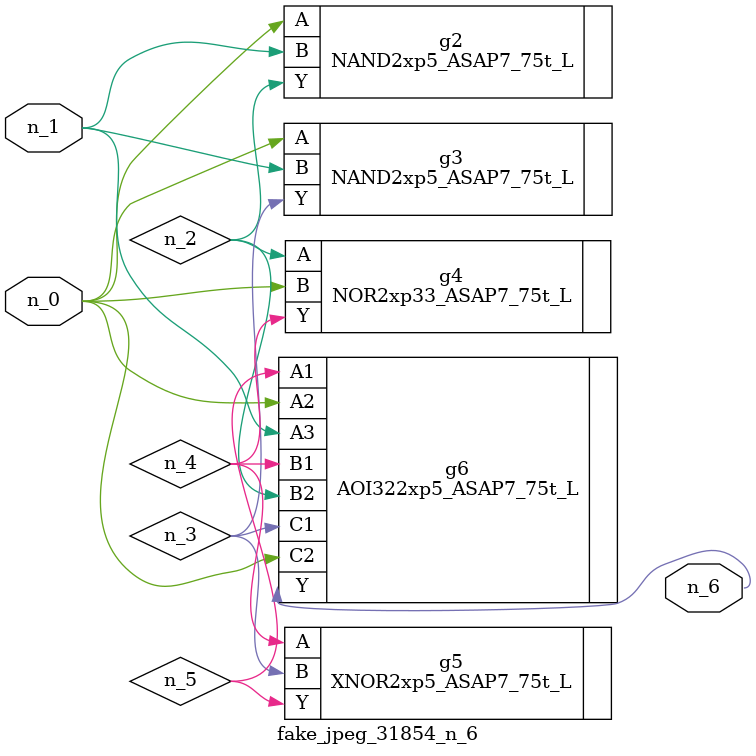
<source format=v>
module fake_jpeg_31854_n_6 (n_0, n_1, n_6);

input n_0;
input n_1;

output n_6;

wire n_3;
wire n_2;
wire n_4;
wire n_5;

NAND2xp5_ASAP7_75t_L g2 ( 
.A(n_0),
.B(n_1),
.Y(n_2)
);

NAND2xp5_ASAP7_75t_L g3 ( 
.A(n_0),
.B(n_1),
.Y(n_3)
);

NOR2xp33_ASAP7_75t_L g4 ( 
.A(n_2),
.B(n_0),
.Y(n_4)
);

XNOR2xp5_ASAP7_75t_L g5 ( 
.A(n_4),
.B(n_3),
.Y(n_5)
);

AOI322xp5_ASAP7_75t_L g6 ( 
.A1(n_5),
.A2(n_0),
.A3(n_1),
.B1(n_4),
.B2(n_2),
.C1(n_3),
.C2(n_0),
.Y(n_6)
);


endmodule
</source>
